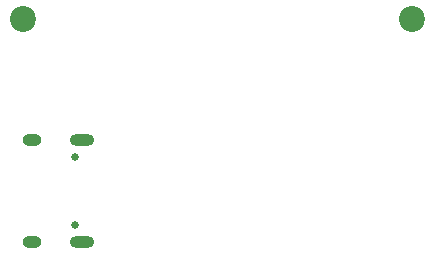
<source format=gbs>
G04 #@! TF.GenerationSoftware,KiCad,Pcbnew,(5.1.10-1-10_14)*
G04 #@! TF.CreationDate,2021-09-29T23:59:16+10:00*
G04 #@! TF.ProjectId,ServianPower5,53657276-6961-46e5-906f-776572352e6b,0.1*
G04 #@! TF.SameCoordinates,Original*
G04 #@! TF.FileFunction,Soldermask,Bot*
G04 #@! TF.FilePolarity,Negative*
%FSLAX46Y46*%
G04 Gerber Fmt 4.6, Leading zero omitted, Abs format (unit mm)*
G04 Created by KiCad (PCBNEW (5.1.10-1-10_14)) date 2021-09-29 23:59:16*
%MOMM*%
%LPD*%
G01*
G04 APERTURE LIST*
%ADD10C,2.200000*%
%ADD11O,2.100000X1.000000*%
%ADD12C,0.650000*%
%ADD13O,1.600000X1.000000*%
G04 APERTURE END LIST*
D10*
X127508000Y-74295000D03*
X160401000Y-74295000D03*
D11*
X132441400Y-93194600D03*
X132441400Y-84554600D03*
D12*
X131911400Y-85984600D03*
D13*
X128261400Y-84554600D03*
D12*
X131911400Y-91764600D03*
D13*
X128261400Y-93194600D03*
M02*

</source>
